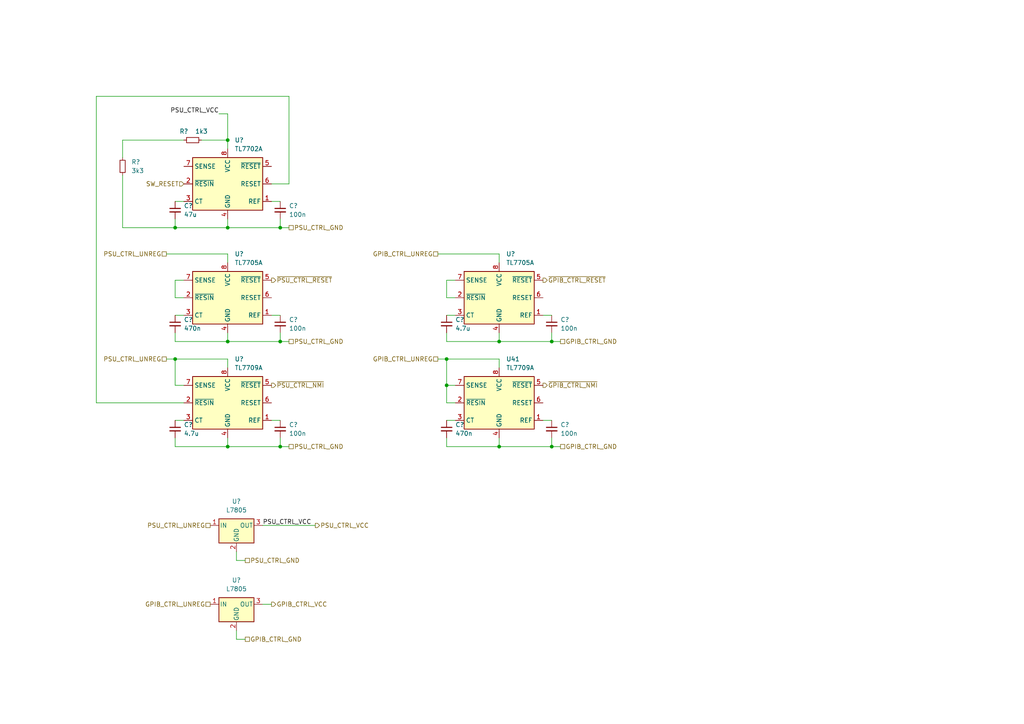
<source format=kicad_sch>
(kicad_sch (version 20211123) (generator eeschema)
  (paper "A4")
  (lib_symbols
    (symbol "Device:C_Small" (pin_numbers hide) (pin_names (offset 0.254) hide)
      (property "Reference" "C" (at 0.254 1.778 0))
      (property "Value" "C_Small" (at 0.254 -2.032 0))
      (symbol "C_Small_0_1"
        (polyline (pts (xy -1.524 -0.508) (xy 1.524 -0.508)) (stroke (width 0.3302)))
        (polyline (pts (xy -1.524 0.508) (xy 1.524 0.508)) (stroke (width 0.3048)))
      )
      (symbol "C_Small_1_1"
        (pin passive line (at 0 2.54 270) (length 2.032) (name "~") (number "1"))
        (pin passive line (at 0 -2.54 90) (length 2.032) (name "~") (number "2"))
      )
    )
    (symbol "Device:R_Small" (pin_numbers hide) (pin_names (offset 0.254) hide)
      (property "Reference" "R" (at 0.762 0.508 0))
      (property "Value" "R_Small" (at 0.762 -1.016 0))
      (symbol "R_Small_0_1"
        (rectangle (start -0.762 1.778) (end 0.762 -1.778) (stroke (width 0.2032)))
      )
      (symbol "R_Small_1_1"
        (pin passive line (at 0 2.54 270) (length 0.762) (name "~") (number "1"))
        (pin passive line (at 0 -2.54 90) (length 0.762) (name "~") (number "2"))
      )
    )
    (symbol "Power_Supervisor:TL7702A"
      (property "Reference" "U" (at -8.89 8.89 0))
      (property "Value" "TL7702A" (at 10.16 8.89 0))
      (symbol "TL7702A_0_1"
        (rectangle (start -10.16 7.62) (end 10.16 -7.62) (stroke (width 0.254)) (fill (type background)))
      )
      (symbol "TL7702A_1_1"
        (pin output line (at 12.7 -5.08 180) (length 2.54) (name "REF") (number "1"))
        (pin input line (at -12.7 0 0) (length 2.54) (name "~{RESIN}") (number "2"))
        (pin passive line (at -12.7 -5.08 0) (length 2.54) (name "CT") (number "3"))
        (pin power_in line (at 0 -10.16 90) (length 2.54) (name "GND") (number "4"))
        (pin open_collector line (at 12.7 5.08 180) (length 2.54) (name "~{RESET}") (number "5"))
        (pin open_collector line (at 12.7 0 180) (length 2.54) (name "RESET") (number "6"))
        (pin input line (at -12.7 5.08 0) (length 2.54) (name "SENSE") (number "7"))
        (pin power_in line (at 0 10.16 270) (length 2.54) (name "VCC") (number "8"))
      )
    )
    (symbol "Power_Supervisor:TL7705A"
      (property "Reference" "U" (at -8.89 8.89 0))
      (property "Value" "TL7705A" (at 10.16 8.89 0))
      (symbol "TL7705A_0_1"
        (rectangle (start -10.16 7.62) (end 10.16 -7.62) (stroke (width 0.254)) (fill (type background)))
      )
      (symbol "TL7705A_1_1"
        (pin output line (at 12.7 -5.08 180) (length 2.54) (name "REF") (number "1"))
        (pin input line (at -12.7 0 0) (length 2.54) (name "~{RESIN}") (number "2"))
        (pin passive line (at -12.7 -5.08 0) (length 2.54) (name "CT") (number "3"))
        (pin power_in line (at 0 -10.16 90) (length 2.54) (name "GND") (number "4"))
        (pin open_collector line (at 12.7 5.08 180) (length 2.54) (name "~{RESET}") (number "5"))
        (pin open_collector line (at 12.7 0 180) (length 2.54) (name "RESET") (number "6"))
        (pin input line (at -12.7 5.08 0) (length 2.54) (name "SENSE") (number "7"))
        (pin power_in line (at 0 10.16 270) (length 2.54) (name "VCC") (number "8"))
      )
    )
    (symbol "Power_Supervisor:TL7709A"
      (property "Reference" "U" (at -8.89 8.89 0))
      (property "Value" "TL7709A" (at 10.16 8.89 0))
      (symbol "TL7709A_0_1"
        (rectangle (start -10.16 7.62) (end 10.16 -7.62) (stroke (width 0.254)) (fill (type background)))
      )
      (symbol "TL7709A_1_1"
        (pin output line (at 12.7 -5.08 180) (length 2.54) (name "REF") (number "1"))
        (pin input line (at -12.7 0 0) (length 2.54) (name "~{RESIN}") (number "2"))
        (pin passive line (at -12.7 -5.08 0) (length 2.54) (name "CT") (number "3"))
        (pin power_in line (at 0 -10.16 90) (length 2.54) (name "GND") (number "4"))
        (pin open_collector line (at 12.7 5.08 180) (length 2.54) (name "~{RESET}") (number "5"))
        (pin open_collector line (at 12.7 0 180) (length 2.54) (name "RESET") (number "6"))
        (pin input line (at -12.7 5.08 0) (length 2.54) (name "SENSE") (number "7"))
        (pin power_in line (at 0 10.16 270) (length 2.54) (name "VCC") (number "8"))
      )
    )
    (symbol "Regulator_Linear:L7805" (pin_names (offset 0.254))
      (property "Reference" "U" (at -3.81 3.175 0))
      (property "Value" "L7805" (at 0 3.175 0))
      (symbol "L7805_0_1"
        (rectangle (start -5.08 1.905) (end 5.08 -5.08) (stroke (width 0.254)) (fill (type background)))
      )
      (symbol "L7805_1_1"
        (pin power_in line (at -7.62 0 0) (length 2.54) (name "IN") (number "1"))
        (pin power_in line (at 0 -7.62 90) (length 2.54) (name "GND") (number "2"))
        (pin power_out line (at 7.62 0 180) (length 2.54) (name "OUT") (number "3"))
      )
    )
  )
  (junction (at 129.54 111.76))
  (junction (at 81.28 99.06))
  (junction (at 50.8 104.14))
  (junction (at 160.02 99.06))
  (junction (at 66.04 99.06))
  (junction (at 144.78 129.54))
  (junction (at 144.78 99.06))
  (junction (at 81.28 66.04))
  (junction (at 81.28 129.54))
  (junction (at 66.04 66.04))
  (junction (at 129.54 104.14))
  (junction (at 50.8 66.04))
  (junction (at 66.04 129.54))
  (junction (at 160.02 129.54))
  (junction (at 66.04 40.64))
  (wire (pts (xy 81.28 96.52) (xy 81.28 99.06)))
  (wire (pts (xy 50.8 96.52) (xy 50.8 99.06)))
  (wire (pts (xy 160.02 96.52) (xy 160.02 99.06)))
  (wire (pts (xy 132.08 111.76) (xy 129.54 111.76)))
  (wire (pts (xy 127 104.14) (xy 129.54 104.14)))
  (wire (pts (xy 50.8 99.06) (xy 66.04 99.06)))
  (wire (pts (xy 63.5 33.02) (xy 66.04 33.02)))
  (wire (pts (xy 35.56 50.8) (xy 35.56 66.04)))
  (wire (pts (xy 144.78 104.14) (xy 144.78 106.68)))
  (wire (pts (xy 160.02 99.06) (xy 144.78 99.06)))
  (wire (pts (xy 50.8 104.14) (xy 66.04 104.14)))
  (wire (pts (xy 50.8 63.5) (xy 50.8 66.04)))
  (wire (pts (xy 68.58 182.88) (xy 68.58 185.42)))
  (wire (pts (xy 144.78 73.66) (xy 144.78 76.2)))
  (wire (pts (xy 66.04 43.18) (xy 66.04 40.64)))
  (wire (pts (xy 83.82 66.04) (xy 81.28 66.04)))
  (wire (pts (xy 81.28 66.04) (xy 66.04 66.04)))
  (wire (pts (xy 129.54 111.76) (xy 129.54 116.84)))
  (wire (pts (xy 50.8 104.14) (xy 50.8 111.76)))
  (wire (pts (xy 50.8 66.04) (xy 66.04 66.04)))
  (wire (pts (xy 53.34 111.76) (xy 50.8 111.76)))
  (wire (pts (xy 127 73.66) (xy 144.78 73.66)))
  (wire (pts (xy 129.54 121.92) (xy 132.08 121.92)))
  (wire (pts (xy 129.54 81.28) (xy 129.54 86.36)))
  (wire (pts (xy 71.12 185.42) (xy 68.58 185.42)))
  (wire (pts (xy 78.74 58.42) (xy 81.28 58.42)))
  (wire (pts (xy 50.8 121.92) (xy 53.34 121.92)))
  (wire (pts (xy 129.54 129.54) (xy 144.78 129.54)))
  (wire (pts (xy 129.54 104.14) (xy 144.78 104.14)))
  (wire (pts (xy 78.74 91.44) (xy 81.28 91.44)))
  (wire (pts (xy 129.54 99.06) (xy 144.78 99.06)))
  (wire (pts (xy 50.8 91.44) (xy 53.34 91.44)))
  (wire (pts (xy 83.82 129.54) (xy 81.28 129.54)))
  (wire (pts (xy 66.04 96.52) (xy 66.04 99.06)))
  (wire (pts (xy 50.8 129.54) (xy 66.04 129.54)))
  (wire (pts (xy 83.82 53.34) (xy 83.82 27.94)))
  (wire (pts (xy 48.26 104.14) (xy 50.8 104.14)))
  (wire (pts (xy 144.78 96.52) (xy 144.78 99.06)))
  (wire (pts (xy 35.56 40.64) (xy 35.56 45.72)))
  (wire (pts (xy 50.8 127) (xy 50.8 129.54)))
  (wire (pts (xy 81.28 127) (xy 81.28 129.54)))
  (wire (pts (xy 76.2 175.26) (xy 78.74 175.26)))
  (wire (pts (xy 83.82 27.94) (xy 27.94 27.94)))
  (wire (pts (xy 48.26 73.66) (xy 66.04 73.66)))
  (wire (pts (xy 160.02 127) (xy 160.02 129.54)))
  (wire (pts (xy 78.74 53.34) (xy 83.82 53.34)))
  (wire (pts (xy 162.56 129.54) (xy 160.02 129.54)))
  (wire (pts (xy 129.54 96.52) (xy 129.54 99.06)))
  (wire (pts (xy 27.94 116.84) (xy 53.34 116.84)))
  (wire (pts (xy 78.74 121.92) (xy 81.28 121.92)))
  (wire (pts (xy 66.04 33.02) (xy 66.04 40.64)))
  (wire (pts (xy 53.34 40.64) (xy 35.56 40.64)))
  (wire (pts (xy 66.04 127) (xy 66.04 129.54)))
  (wire (pts (xy 129.54 116.84) (xy 132.08 116.84)))
  (wire (pts (xy 157.48 121.92) (xy 160.02 121.92)))
  (wire (pts (xy 129.54 86.36) (xy 132.08 86.36)))
  (wire (pts (xy 66.04 73.66) (xy 66.04 76.2)))
  (wire (pts (xy 35.56 66.04) (xy 50.8 66.04)))
  (wire (pts (xy 53.34 81.28) (xy 50.8 81.28)))
  (wire (pts (xy 160.02 129.54) (xy 144.78 129.54)))
  (wire (pts (xy 129.54 127) (xy 129.54 129.54)))
  (wire (pts (xy 66.04 63.5) (xy 66.04 66.04)))
  (wire (pts (xy 71.12 162.56) (xy 68.58 162.56)))
  (wire (pts (xy 129.54 104.14) (xy 129.54 111.76)))
  (wire (pts (xy 81.28 129.54) (xy 66.04 129.54)))
  (wire (pts (xy 81.28 63.5) (xy 81.28 66.04)))
  (wire (pts (xy 132.08 81.28) (xy 129.54 81.28)))
  (wire (pts (xy 129.54 91.44) (xy 132.08 91.44)))
  (wire (pts (xy 50.8 86.36) (xy 53.34 86.36)))
  (wire (pts (xy 76.2 152.4) (xy 91.44 152.4)))
  (wire (pts (xy 27.94 27.94) (xy 27.94 116.84)))
  (wire (pts (xy 50.8 58.42) (xy 53.34 58.42)))
  (wire (pts (xy 81.28 99.06) (xy 66.04 99.06)))
  (wire (pts (xy 162.56 99.06) (xy 160.02 99.06)))
  (wire (pts (xy 68.58 160.02) (xy 68.58 162.56)))
  (wire (pts (xy 83.82 99.06) (xy 81.28 99.06)))
  (wire (pts (xy 66.04 104.14) (xy 66.04 106.68)))
  (wire (pts (xy 58.42 40.64) (xy 66.04 40.64)))
  (wire (pts (xy 144.78 127) (xy 144.78 129.54)))
  (wire (pts (xy 50.8 81.28) (xy 50.8 86.36)))
  (wire (pts (xy 157.48 91.44) (xy 160.02 91.44)))
  (label "PSU_CTRL_VCC" (at 76.2 152.4 0))
  (label "PSU_CTRL_VCC" (at 63.5 33.02 180))
  (hierarchical_label "PSU_CTRL_GND" (shape passive) (at 83.82 66.04 0))
  (hierarchical_label "~{PSU_CTRL_NMI}" (shape output) (at 78.74 111.76 0))
  (hierarchical_label "PSU_CTRL_UNREG" (shape passive) (at 60.96 152.4 180))
  (hierarchical_label "~{GPIB_CTRL_RESET}" (shape output) (at 157.48 81.28 0))
  (hierarchical_label "PSU_CTRL_GND" (shape passive) (at 83.82 129.54 0))
  (hierarchical_label "GPIB_CTRL_UNREG" (shape passive) (at 60.96 175.26 180))
  (hierarchical_label "PSU_CTRL_GND" (shape passive) (at 83.82 99.06 0))
  (hierarchical_label "PSU_CTRL_UNREG" (shape passive) (at 48.26 104.14 180))
  (hierarchical_label "SW_RESET" (shape input) (at 53.34 53.34 180))
  (hierarchical_label "~{GPIB_CTRL_NMI}" (shape output) (at 157.48 111.76 0))
  (hierarchical_label "GPIB_CTRL_GND" (shape passive) (at 162.56 129.54 0))
  (hierarchical_label "PSU_CTRL_VCC" (shape output) (at 91.44 152.4 0))
  (hierarchical_label "PSU_CTRL_UNREG" (shape passive) (at 48.26 73.66 180))
  (hierarchical_label "GPIB_CTRL_UNREG" (shape passive) (at 127 104.14 180))
  (hierarchical_label "GPIB_CTRL_GND" (shape passive) (at 71.12 185.42 0))
  (hierarchical_label "GPIB_CTRL_GND" (shape passive) (at 162.56 99.06 0))
  (hierarchical_label "PSU_CTRL_GND" (shape passive) (at 71.12 162.56 0))
  (hierarchical_label "GPIB_CTRL_UNREG" (shape passive) (at 127 73.66 180))
  (hierarchical_label "~{PSU_CTRL_RESET}" (shape output) (at 78.74 81.28 0))
  (hierarchical_label "GPIB_CTRL_VCC" (shape output) (at 78.74 175.26 0))
  (symbol (lib_id "Power_Supervisor:TL7709A") (at 144.78 116.84 0) (unit 1)
    (property "Reference" "U41" (at 146.7994 104.14 0) (effects (justify left)))
    (property "Value" "TL7709A" (at 146.7994 106.68 0) (effects (justify left)))
    (property "Datasheet" "http://www.ti.com.cn/cn/lit/ds/symlink/tl7705a.pdf" (effects hide))
  )
  (symbol (lib_id "Device:R_Small") (at 55.88 40.64 90) (unit 1)
    (property "Reference" "R?" (at 53.34 38.1 90))
    (property "Value" "1k3" (at 58.42 38.1 90))
  )
  (symbol (lib_id "Device:C_Small") (at 50.8 60.96 0) (unit 1)
    (property "Reference" "C?" (at 53.34 59.6962 0) (effects (justify left)))
    (property "Value" "47u" (at 53.34 62.2362 0) (effects (justify left)))
  )
  (symbol (lib_id "Device:C_Small") (at 160.02 93.98 0) (unit 1)
    (property "Reference" "C?" (at 162.56 92.7162 0) (effects (justify left)))
    (property "Value" "100n" (at 162.56 95.2562 0) (effects (justify left)))
  )
  (symbol (lib_id "Device:C_Small") (at 160.02 124.46 0) (unit 1)
    (property "Reference" "C?" (at 162.56 123.1962 0) (effects (justify left)))
    (property "Value" "100n" (at 162.56 125.7362 0) (effects (justify left)))
  )
  (symbol (lib_id "Device:C_Small") (at 129.54 124.46 0) (unit 1)
    (property "Reference" "C?" (at 132.08 123.1962 0) (effects (justify left)))
    (property "Value" "470n" (at 132.08 125.7362 0) (effects (justify left)))
  )
  (symbol (lib_id "Power_Supervisor:TL7702A") (at 66.04 53.34 0) (unit 1)
    (property "Reference" "U?" (at 68.0594 40.64 0) (effects (justify left)))
    (property "Value" "TL7702A" (at 68.0594 43.18 0) (effects (justify left)))
    (property "Datasheet" "http://www.ti.com.cn/cn/lit/ds/symlink/tl7705a.pdf" (effects hide))
  )
  (symbol (lib_id "Device:C_Small") (at 81.28 124.46 0) (unit 1)
    (property "Reference" "C?" (at 83.82 123.1962 0) (effects (justify left)))
    (property "Value" "100n" (at 83.82 125.7362 0) (effects (justify left)))
  )
  (symbol (lib_id "Device:C_Small") (at 50.8 124.46 0) (unit 1)
    (property "Reference" "C?" (at 53.34 123.1962 0) (effects (justify left)))
    (property "Value" "4.7u" (at 53.34 125.7362 0) (effects (justify left)))
  )
  (symbol (lib_id "Power_Supervisor:TL7705A") (at 144.78 86.36 0) (unit 1)
    (property "Reference" "U?" (at 146.7994 73.66 0) (effects (justify left)))
    (property "Value" "TL7705A" (at 146.7994 76.2 0) (effects (justify left)))
    (property "Datasheet" "http://www.ti.com.cn/cn/lit/ds/symlink/tl7705a.pdf" (effects hide))
  )
  (symbol (lib_id "Regulator_Linear:L7805") (at 68.58 152.4 0) (unit 1)
    (property "Reference" "U?" (at 68.58 145.415 0))
    (property "Value" "L7805" (at 68.58 147.955 0))
    (property "Datasheet" "http://www.st.com/content/ccc/resource/technical/document/datasheet/41/4f/b3/b0/12/d4/47/88/CD00000444.pdf/files/CD00000444.pdf/jcr:content/translations/en.CD00000444.pdf" (effects hide))
  )
  (symbol (lib_id "Power_Supervisor:TL7705A") (at 66.04 86.36 0) (unit 1)
    (property "Reference" "U?" (at 68.0594 73.66 0) (effects (justify left)))
    (property "Value" "TL7705A" (at 68.0594 76.2 0) (effects (justify left)))
    (property "Datasheet" "http://www.ti.com.cn/cn/lit/ds/symlink/tl7705a.pdf" (effects hide))
  )
  (symbol (lib_id "Power_Supervisor:TL7709A") (at 66.04 116.84 0) (unit 1)
    (property "Reference" "U?" (at 68.0594 104.14 0) (effects (justify left)))
    (property "Value" "TL7709A" (at 68.0594 106.68 0) (effects (justify left)))
    (property "Datasheet" "http://www.ti.com.cn/cn/lit/ds/symlink/tl7705a.pdf" (effects hide))
  )
  (symbol (lib_id "Device:C_Small") (at 129.54 93.98 0) (unit 1)
    (property "Reference" "C?" (at 132.08 92.7162 0) (effects (justify left)))
    (property "Value" "4.7u" (at 132.08 95.2562 0) (effects (justify left)))
  )
  (symbol (lib_id "Device:C_Small") (at 81.28 60.96 0) (unit 1)
    (property "Reference" "C?" (at 83.82 59.6962 0) (effects (justify left)))
    (property "Value" "100n" (at 83.82 62.2362 0) (effects (justify left)))
  )
  (symbol (lib_id "Device:R_Small") (at 35.56 48.26 0) (unit 1)
    (property "Reference" "R?" (at 38.1 46.9899 0) (effects (justify left)))
    (property "Value" "3k3" (at 38.1 49.5299 0) (effects (justify left)))
  )
  (symbol (lib_id "Device:C_Small") (at 81.28 93.98 0) (unit 1)
    (property "Reference" "C?" (at 83.82 92.7162 0) (effects (justify left)))
    (property "Value" "100n" (at 83.82 95.2562 0) (effects (justify left)))
  )
  (symbol (lib_id "Regulator_Linear:L7805") (at 68.58 175.26 0) (unit 1)
    (property "Reference" "U?" (at 68.58 168.275 0))
    (property "Value" "L7805" (at 68.58 170.815 0))
    (property "Datasheet" "http://www.st.com/content/ccc/resource/technical/document/datasheet/41/4f/b3/b0/12/d4/47/88/CD00000444.pdf/files/CD00000444.pdf/jcr:content/translations/en.CD00000444.pdf" (effects hide))
  )
  (symbol (lib_id "Device:C_Small") (at 50.8 93.98 0) (unit 1)
    (property "Reference" "C?" (at 53.34 92.7162 0) (effects (justify left)))
    (property "Value" "470n" (at 53.34 95.2562 0) (effects (justify left)))
  )
)
</source>
